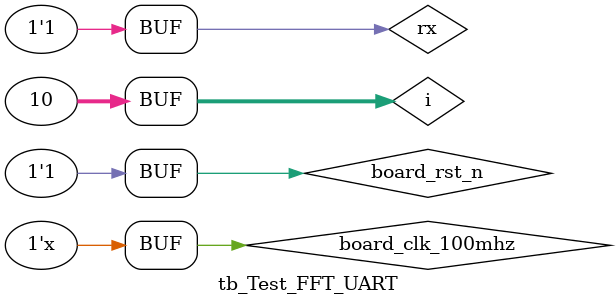
<source format=sv>

`timescale 1ns/1ps
module tb_Test_FFT_UART (); /* this is automatically generated */

	// (*NOTE*) replace reset, clock, others
	reg  board_clk_100mhz;
	reg  board_rst_n;
	reg  rx;
	wire  tx;

	integer i;

	initial begin
		board_clk_100mhz <= 1'd0;
		board_rst_n <= 1'd0;
		rx <= 1'd1;
		#203
		board_rst_n = 1'd1;
	end

	always #5 board_clk_100mhz <= !board_clk_100mhz;

	task generate_negative();
		for(i = 0; i < 10; i = i + 1) begin
			#104_166
			case(i)
				0 : rx = 1'd0;	//起始位
				1 : rx = 1'd1;
				2 : rx = 1'd1;
				3 : rx = 1'd1;
				4 : rx = 1'd1;
				5 : rx = 1'd1;
				6 : rx = 1'd1;
				7 : rx = 1'd1;
				8 : rx = 1'd1;
				9 : rx = 1'd1;	//停止位
				default : rx = 1'd1;
			endcase
		end
	endtask

	task generate_negative_1();
		for(i = 0; i < 10; i = i + 1) begin
			#104_166
			case(i)
				0 : rx = 1'd0;	//起始位
				1 : rx = 1'd1;
				2 : rx = 1'd1;
				3 : rx = 1'd1;
				4 : rx = 1'd1;
				5 : rx = 1'd1;
				6 : rx = 1'd1;
				7 : rx = 1'd1;
				8 : rx = 1'd1;
				9 : rx = 1'd1;	//停止位
				default : rx = 1'd1;
			endcase
		end
	endtask

	task generate_0();
		for(i = 0; i < 10; i = i + 1) begin
			#104_166
			case(i)
				0 : rx = 1'd0;	//起始位
				1 : rx = 1'd0;
				2 : rx = 1'd0;
				3 : rx = 1'd0;
				4 : rx = 1'd0;
				5 : rx = 1'd0;
				6 : rx = 1'd0;
				7 : rx = 1'd0;
				8 : rx = 1'd0;
				9 : rx = 1'd1;	//停止位
				default : rx = 1'd1;
			endcase
		end
	endtask

	task generate_1();
		for(i = 0; i < 10; i = i + 1) begin
			#104_166
			case(i)
				0 : rx = 1'd0;	//起始位
				1 : rx = 1'd1;
				2 : rx = 1'd0;
				3 : rx = 1'd0;
				4 : rx = 1'd0;
				5 : rx = 1'd0;
				6 : rx = 1'd0;
				7 : rx = 1'd0;
				8 : rx = 1'd0;
				9 : rx = 1'd1;	//停止位
				default : rx = 1'd1;
			endcase
		end
	endtask

	task generate_2();
		for(i = 0; i < 10; i = i + 1) begin
			#104_166
			case(i)
				0 : rx = 1'd0;	//起始位
				1 : rx = 1'd0;
				2 : rx = 1'd1;
				3 : rx = 1'd0;
				4 : rx = 1'd0;
				5 : rx = 1'd0;
				6 : rx = 1'd0;
				7 : rx = 1'd0;
				8 : rx = 1'd0;
				9 : rx = 1'd1;	//停止位
				default : rx = 1'd1;
			endcase
		end
	endtask

	task generate_3();
		for(i = 0; i < 10; i = i + 1) begin
			#104_166
			case(i)
				0 : rx = 1'd0;	//起始位
				1 : rx = 1'd1;
				2 : rx = 1'd1;
				3 : rx = 1'd0;
				4 : rx = 1'd0;
				5 : rx = 1'd0;
				6 : rx = 1'd0;
				7 : rx = 1'd0;
				8 : rx = 1'd0;
				9 : rx = 1'd1;	//停止位
				default : rx = 1'd1;
			endcase
		end
	endtask

	task generate_4();
		for(i = 0; i < 10; i = i + 1) begin
			#104_166
			case(i)
				0 : rx = 1'd0;	//起始位
				1 : rx = 1'd0;
				2 : rx = 1'd0;
				3 : rx = 1'd1;
				4 : rx = 1'd0;
				5 : rx = 1'd0;
				6 : rx = 1'd0;
				7 : rx = 1'd0;
				8 : rx = 1'd0;
				9 : rx = 1'd1;	//停止位
				default : rx = 1'd1;
			endcase
		end
	endtask

	task generate_6();
		for(i = 0; i < 10; i = i + 1) begin
			#104_166
			case(i)
				0 : rx = 1'd0;	//起始位
				1 : rx = 1'd0;
				2 : rx = 1'd1;
				3 : rx = 1'd1;
				4 : rx = 1'd0;
				5 : rx = 1'd0;
				6 : rx = 1'd0;
				7 : rx = 1'd0;
				8 : rx = 1'd0;
				9 : rx = 1'd1;	//停止位
				default : rx = 1'd1;
			endcase
		end
	endtask

	task generate_9();
		for(i = 0; i < 10; i = i + 1) begin
			#104_166
			case(i)
				0 : rx = 1'd0;	//起始位
				1 : rx = 1'd1;
				2 : rx = 1'd0;
				3 : rx = 1'd0;
				4 : rx = 1'd1;
				5 : rx = 1'd0;
				6 : rx = 1'd0;
				7 : rx = 1'd0;
				8 : rx = 1'd0;
				9 : rx = 1'd1;	//停止位
				default : rx = 1'd1;
			endcase
		end
	endtask

	initial begin
		//x0
		#303
		generate_0();
		#104_166
		generate_1();
		#104_166
		generate_0();
		#104_166
		generate_1();
		#104_166

		//x1
		generate_0();
		#104_166
		generate_1();
		#104_166
		generate_0();
		#104_166
		generate_0();
		#104_166

		//x2
		generate_0();
		#104_166
		generate_1();
		#104_166
		generate_negative();
		#104_166
		generate_negative_1();
		#104_166

		//x3
		generate_0();
		#104_166
		generate_0();
		#104_166
		generate_0();
		#104_166
		generate_1();
		#104_166

		//x4
		generate_0();
		#104_166
		generate_1();
		#104_166
		generate_negative();
		#104_166
		generate_negative_1();
		#104_166

		//x5
		generate_0();
		#104_166
		generate_0();
		#104_166
		generate_0();
		#104_166
		generate_1();
		#104_166

		//x6
		generate_0();
		#104_166
		generate_1();
		#104_166
		generate_0();
		#104_166
		generate_1();
		#104_166

		//x7
		generate_0();
		#104_166
		generate_1();
		#104_166
		generate_0();
		#104_166
		generate_0();

	end

	Test_FFT_UART inst_Test_FFT_UART
		(
			.board_clk_100mhz (board_clk_100mhz),
			.board_rst_n      (board_rst_n),
			.rx               (rx),
			.tx               (tx)
		);

	
endmodule

</source>
